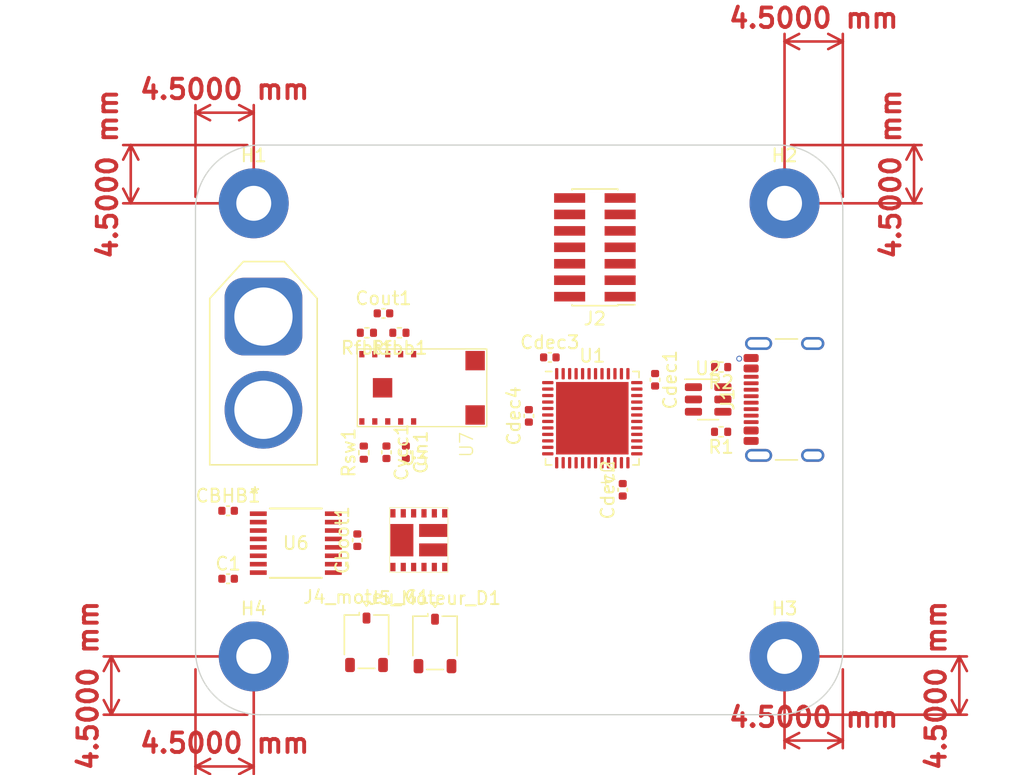
<source format=kicad_pcb>
(kicad_pcb (version 20240108) (generator "pcbnew") (generator_version "8.0")
  (layers (0 "F.Cu" signal) (1 "In1.Cu" signal "In1.Cu - GND") (2 "In2.Cu" signal "In2.Cu - Supply") (31 "B.Cu" signal) (34 "B.Paste" user) (35 "F.Paste" user) (36 "B.SilkS" user "B.Silkscreen") (37 "F.SilkS" user "F.Silkscreen") (38 "B.Mask" user) (39 "F.Mask" user) (44 "Edge.Cuts" user))
  (net 0 "")
  (net 1 "ISO_GND")
  (net 2 "Net-(U6-AHB)")
  (net 3 "Net-(U6-BHB)")
  (net 4 "Vin_15V")
  (net 5 "/Vout_3V3")
  (net 6 "/NRST")
  (net 7 "/GND")
  (net 8 "Net-(U4-Vcc)")
  (net 9 "/V_USB")
  (net 10 "Net-(J1-CC1)")
  (net 11 "/D+")
  (net 12 "/D-")
  (net 14 "Net-(J1-CC2)")
  (net 18 "/SWDIO")
  (net 19 "/SWDCK")
  (net 23 "/Usart2_Rx")
  (net 24 "/Usart2_Tx")
  (net 25 "Net-(U4-FB)")
  (net 26 "Net-(U4-FSW_1)")
  (net 35 "/APWM")
  (net 36 "/BPWM")
  (net 52 "/USB_DM")
  (net 53 "/USB_DP")
  (net 65 "Net-(U4-EN)")
  (net 70 "/AHO")
  (net 71 "/ALO")
  (net 73 "/BLO")
  (net 74 "/BHO")
  (footprint "Capacitor_SMD:C_0402_1005Metric" (layer "F.Cu") (at 92.52 73.25)
    (property "Reference" "CBHB1" (at 0 -1.16 0) (layer "F.SilkS"))
    (property "Value" "0.2u")
    (fp_line (start -0.107836 -0.36) (end 0.107836 -0.36) (stroke (width 0.12)) (layer "F.SilkS"))
    (fp_line (start -0.107836 0.36) (end 0.107836 0.36) (stroke (width 0.12)) (layer "F.SilkS"))
    (pad "1" smd roundrect (at -0.48 0) (size 0.56 0.62) (layers "F.Cu" "F.Paste" "F.Mask") (net 1 "ISO_GND"))
    (pad "2" smd roundrect (at 0.48 0) (size 0.56 0.62) (layers "F.Cu" "F.Paste" "F.Mask") (net 3 "Net-(U6-BHB)"))
  )
  (footprint "MountingHole:MountingHole_2.7mm_M2.5_Pad" (layer "F.Cu") (at 135.5 84.5)
    (property "Reference" "H3" (at 0 -3.7 0) (layer "F.SilkS"))
    (property "Value" "MountingHole_Pad")
    (pad "1" thru_hole circle (at 0 0) (size 5.4 5.4) (drill 2.7) (layers "*.Cu" "*.Mask") (net 1 "ISO_GND"))
  )
  (footprint "Capacitor_SMD:C_0402_1005Metric" (layer "F.Cu") (at 104.52 58)
    (property "Reference" "Cout1" (at 0 -1.16 360) (layer "F.SilkS"))
    (property "Value" "47u")
    (fp_line (start -0.107836 -0.36) (end 0.107836 -0.36) (stroke (width 0.12)) (layer "F.SilkS"))
    (fp_line (start -0.107836 0.36) (end 0.107836 0.36) (stroke (width 0.12)) (layer "F.SilkS"))
    (pad "1" smd roundrect (at -0.48 0) (size 0.56 0.62) (layers "F.Cu" "F.Paste" "F.Mask") (net 5 "/Vout_3V3"))
    (pad "2" smd roundrect (at 0.48 0) (size 0.56 0.62) (layers "F.Cu" "F.Paste" "F.Mask") (net 7 "/GND"))
  )
  (footprint "Capacitor_SMD:C_0402_1005Metric" (layer "F.Cu") (at 115.75 65.92 90)
    (property "Reference" "Cdec4" (at 0 -1.16 90) (layer "F.SilkS"))
    (property "Value" "100n")
    (fp_line (start -0.107836 -0.36) (end 0.107836 -0.36) (stroke (width 0.12)) (layer "F.SilkS"))
    (fp_line (start -0.107836 0.36) (end 0.107836 0.36) (stroke (width 0.12)) (layer "F.SilkS"))
    (pad "1" smd roundrect (at -0.48 0 90) (size 0.56 0.62) (layers "F.Cu" "F.Paste" "F.Mask") (net 6 "/NRST"))
    (pad "2" smd roundrect (at 0.48 0 90) (size 0.56 0.62) (layers "F.Cu" "F.Paste" "F.Mask") (net 1 "ISO_GND"))
  )
  (footprint "Resistor_SMD:R_0402_1005Metric" (layer "F.Cu") (at 103 68.76 90)
    (property "Reference" "Rsw1" (at 0 -1.17 90) (layer "F.SilkS"))
    (property "Value" "5.6K")
    (fp_line (start -0.153641 -0.38) (end 0.153641 -0.38) (stroke (width 0.12)) (layer "F.SilkS"))
    (fp_line (start -0.153641 0.38) (end 0.153641 0.38) (stroke (width 0.12)) (layer "F.SilkS"))
    (pad "1" smd roundrect (at -0.51 0 90) (size 0.54 0.64) (layers "F.Cu" "F.Paste" "F.Mask") (net 7 "/GND"))
    (pad "2" smd roundrect (at 0.51 0 90) (size 0.54 0.64) (layers "F.Cu" "F.Paste" "F.Mask") (net 26 "Net-(U4-FSW_1)"))
  )
  (footprint "Capacitor_SMD:C_0402_1005Metric" (layer "F.Cu") (at 123 71.63 90)
    (property "Reference" "Cdec2" (at 0 -1.16 90) (layer "F.SilkS"))
    (property "Value" "100n")
    (fp_line (start -0.107836 -0.36) (end 0.107836 -0.36) (stroke (width 0.12)) (layer "F.SilkS"))
    (fp_line (start -0.107836 0.36) (end 0.107836 0.36) (stroke (width 0.12)) (layer "F.SilkS"))
    (pad "1" smd roundrect (at -0.48 0 90) (size 0.56 0.62) (layers "F.Cu" "F.Paste" "F.Mask") (net 1 "ISO_GND"))
    (pad "2" smd roundrect (at 0.48 0 90) (size 0.56 0.62) (layers "F.Cu" "F.Paste" "F.Mask") (net 5 "/Vout_3V3"))
  )
  (footprint "Wurth_regulator_171013801:Wurth_171013801" (layer "F.Cu") (at 107.5 63.75 -90)
    (property "Reference" "U4" (at 6.6 -14.3 -90) (layer "F.SilkS") (effects (font (thickness 0.1))))
    (property "Value" "~")
    (fp_rect (start -3 -5) (end 3 5) (stroke (width 0.1)) (fill none) (layer "F.SilkS"))
    (pad "1" smd rect (at 2.6 4.65) (size 0.4 0.5) (layers "F.Cu" "F.Paste" "F.Mask") (net 26 "Net-(U4-FSW_1)"))
    (pad "2" smd rect (at 2.6 3.65) (size 0.4 0.5) (layers "F.Cu" "F.Paste" "F.Mask") (net 25 "Net-(U4-FB)"))
    (pad "3" smd rect (at 2.6 2.65) (size 0.4 0.5) (layers "F.Cu" "F.Paste" "F.Mask") (net 8 "Net-(U4-Vcc)"))
    (pad "4" smd rect (at 2.6 1.65) (size 0.4 0.5) (layers "F.Cu" "F.Paste" "F.Mask") (net 4 "Vin_15V"))
    (pad "5" smd rect (at 2.6 0.65) (size 0.4 0.5) (layers "F.Cu" "F.Paste" "F.Mask") (net 4 "Vin_15V"))
    (pad "6" smd rect (at 2.1 -4.1) (size 1.5 1.5) (layers "F.Cu" "F.Paste" "F.Mask") (net 5 "/Vout_3V3"))
    (pad "7" smd rect (at -2.1 -4.1 180) (size 1.5 1.5) (layers "F.Cu" "F.Paste" "F.Mask") (net 5 "/Vout_3V3"))
    (pad "8" smd rect (at -2.6 0.65 180) (size 0.4 0.5) (layers "F.Cu" "F.Paste" "F.Mask"))
    (pad "9" smd rect (at -2.6 1.65 180) (size 0.4 0.5) (layers "F.Cu" "F.Paste" "F.Mask") (net 65 "Net-(U4-EN)"))
    (pad "10" smd rect (at -2.6 2.65 180) (size 0.4 0.5) (layers "F.Cu" "F.Paste" "F.Mask") (net 7 "/GND"))
    (pad "11" smd rect (at -2.6 3.65 180) (size 0.4 0.5) (layers "F.Cu" "F.Paste" "F.Mask"))
    (pad "12" smd rect (at -2.6 4.65 180) (size 0.4 0.5) (layers "F.Cu" "F.Paste" "F.Mask") (net 65 "Net-(U4-EN)"))
    (pad "13" smd rect (at 0 3.05) (size 1.5 1.5) (layers "F.Cu" "F.Paste" "F.Mask") (net 7 "/GND"))
  )
  (footprint "Connector_JST:JST_ACH_BM01B-ACHSS-A-GAN-ETF_1x01-1MP_P1.20mm_Vertical" (layer "F.Cu") (at 103.21 83.411447)
    (property "Reference" "J4_moteu_G1" (at 0 -3.5 0) (layer "F.SilkS"))
    (property "Value" "Conn_01x01")
    (fp_line (start -1.71 -2.11) (end -0.56 -2.11) (stroke (width 0.12)) (layer "F.SilkS"))
    (fp_line (start -1.71 0.94) (end -1.71 -2.11) (stroke (width 0.12)) (layer "F.SilkS"))
    (fp_line (start -0.64 2.01) (end 0.64 2.01) (stroke (width 0.12)) (layer "F.SilkS"))
    (fp_line (start -0.56 -2.11) (end -0.56 -2.3) (stroke (width 0.12)) (layer "F.SilkS"))
    (fp_line (start -0.25 -3.153553) (end 0 -2.8) (stroke (width 0.12)) (layer "F.SilkS"))
    (fp_line (start 0 -2.8) (end 0.25 -3.153553) (stroke (width 0.12)) (layer "F.SilkS"))
    (fp_line (start 0.25 -3.153553) (end -0.25 -3.153553) (stroke (width 0.12)) (layer "F.SilkS"))
    (fp_line (start 1.71 -2.11) (end 0.56 -2.11) (stroke (width 0.12)) (layer "F.SilkS"))
    (fp_line (start 1.71 0.94) (end 1.71 -2.11) (stroke (width 0.12)) (layer "F.SilkS"))
    (pad "1" smd roundrect (at 0 -1.875) (size 0.6 0.85) (layers "F.Cu" "F.Paste" "F.Mask") (net 1 "ISO_GND"))
    (pad "MP" smd roundrect (at -1.275 1.75) (size 0.75 1.1) (layers "F.Cu" "F.Paste" "F.Mask"))
    (pad "MP" smd roundrect (at 1.275 1.75) (size 0.75 1.1) (layers "F.Cu" "F.Paste" "F.Mask"))
  )
  (footprint "MountingHole:MountingHole_2.7mm_M2.5_Pad" (layer "F.Cu") (at 94.5 84.5)
    (property "Reference" "H4" (at 0 -3.7 0) (layer "F.SilkS"))
    (property "Value" "MountingHole_Pad")
    (pad "1" thru_hole circle (at 0 0) (size 5.4 5.4) (drill 2.7) (layers "*.Cu" "*.Mask") (net 1 "ISO_GND"))
  )
  (footprint "Connector_PinHeader_1.27mm:PinHeader_2x07_P1.27mm_Vertical_SMD" (layer "F.Cu") (at 120.85 52.9 180)
    (property "Reference" "J2" (at 0 -5.505 360) (layer "F.SilkS"))
    (property "Value" "Conn_02x07_Odd_Even")
    (fp_line (start 1.765 4.44) (end 1.765 4.505) (stroke (width 0.12)) (layer "F.SilkS"))
    (fp_line (start 1.765 -4.505) (end 1.765 -4.44) (stroke (width 0.12)) (layer "F.SilkS"))
    (fp_line (start -1.765 4.505) (end 1.765 4.505) (stroke (width 0.12)) (layer "F.SilkS"))
    (fp_line (start -1.765 4.44) (end -1.765 4.505) (stroke (width 0.12)) (layer "F.SilkS"))
    (fp_line (start -1.765 -4.505) (end 1.765 -4.505) (stroke (width 0.12)) (layer "F.SilkS"))
    (fp_line (start -1.765 -4.505) (end -1.765 -4.44) (stroke (width 0.12)) (layer "F.SilkS"))
    (fp_line (start -3.09 -4.44) (end -1.765 -4.44) (stroke (width 0.12)) (layer "F.SilkS"))
    (pad "1" smd rect (at -1.95 -3.81 180) (size 2.4 0.74) (layers "F.Cu" "F.Paste" "F.Mask"))
    (pad "2" smd rect (at 1.95 -3.81 180) (size 2.4 0.74) (layers "F.Cu" "F.Paste" "F.Mask"))
    (pad "3" smd rect (at -1.95 -2.54 180) (size 2.4 0.74) (layers "F.Cu" "F.Paste" "F.Mask") (net 5 "/Vout_3V3"))
    (pad "4" smd rect (at 1.95 -2.54 180) (size 2.4 0.74) (layers "F.Cu" "F.Paste" "F.Mask") (net 18 "/SWDIO"))
    (pad "5" smd rect (at -1.95 -1.27 180) (size 2.4 0.74) (layers "F.Cu" "F.Paste" "F.Mask") (net 1 "ISO_GND"))
    (pad "6" smd rect (at 1.95 -1.27 180) (size 2.4 0.74) (layers "F.Cu" "F.Paste" "F.Mask") (net 19 "/SWDCK"))
    (pad "7" smd rect (at -1.95 0 180) (size 2.4 0.74) (layers "F.Cu" "F.Paste" "F.Mask") (net 1 "ISO_GND"))
    (pad "8" smd rect (at 1.95 0 180) (size 2.4 0.74) (layers "F.Cu" "F.Paste" "F.Mask"))
    (pad "9" smd rect (at -1.95 1.27 180) (size 2.4 0.74) (layers "F.Cu" "F.Paste" "F.Mask"))
    (pad "10" smd rect (at 1.95 1.27 180) (size 2.4 0.74) (layers "F.Cu" "F.Paste" "F.Mask"))
    (pad "11" smd rect (at -1.95 2.54 180) (size 2.4 0.74) (layers "F.Cu" "F.Paste" "F.Mask") (net 1 "ISO_GND"))
    (pad "12" smd rect (at 1.95 2.54 180) (size 2.4 0.74) (layers "F.Cu" "F.Paste" "F.Mask") (net 6 "/NRST"))
    (pad "13" smd rect (at -1.95 3.81 180) (size 2.4 0.74) (layers "F.Cu" "F.Paste" "F.Mask") (net 23 "/Usart2_Rx"))
    (pad "14" smd rect (at 1.95 3.81 180) (size 2.4 0.74) (layers "F.Cu" "F.Paste" "F.Mask") (net 24 "/Usart2_Tx"))
  )
  (footprint "Connector_USB:USB_C_Receptacle_GCT_USB4105-xx-A_16P_TopMnt_Horizontal" (layer "F.Cu") (at 136.6 64.65 90)
    (property "Reference" "J1" (at 0 -5.5 90) (layer "F.SilkS"))
    (property "Value" "USB_C_Receptacle_USB2.0_16P")
    (fp_line (start 4.67 -0.1) (end 4.67 -1.8) (stroke (width 0.12)) (layer "F.SilkS"))
    (fp_line (start -4.67 -0.1) (end -4.67 -1.8) (stroke (width 0.12)) (layer "F.SilkS"))
    (pad "" np_thru_hole circle (at -2.89 -2.605 90) (size 0.65 0.65) (drill 0.65) (layers "F&B.Cu" "*.Mask"))
    (pad "" np_thru_hole circle (at 2.89 -2.605 90) (size 0.65 0.65) (drill 0.65) (layers "F&B.Cu" "*.Mask"))
    (pad "A1" smd roundrect (at -3.2 -3.68 90) (size 0.6 1.15) (layers "F.Cu" "F.Paste" "F.Mask") (net 1 "ISO_GND"))
    (pad "A4" smd roundrect (at -2.4 -3.68 90) (size 0.6 1.15) (layers "F.Cu" "F.Paste" "F.Mask") (net 9 "/V_USB"))
    (pad "A5" smd roundrect (at -1.25 -3.68 90) (size 0.3 1.15) (layers "F.Cu" "F.Paste" "F.Mask") (net 10 "Net-(J1-CC1)"))
    (pad "A6" smd roundrect (at -0.25 -3.68 90) (size 0.3 1.15) (layers "F.Cu" "F.Paste" "F.Mask") (net 11 "/D+"))
    (pad "A7" smd roundrect (at 0.25 -3.68 90) (size 0.3 1.15) (layers "F.Cu" "F.Paste" "F.Mask") (net 12 "/D-"))
    (pad "A8" smd roundrect (at 1.25 -3.68 90) (size 0.3 1.15) (layers "F.Cu" "F.Paste" "F.Mask"))
    (pad "A9" smd roundrect (at 2.4 -3.68 90) (size 0.6 1.15) (layers "F.Cu" "F.Paste" "F.Mask") (net 9 "/V_USB"))
    (pad "A12" smd roundrect (at 3.2 -3.68 90) (size 0.6 1.15) (layers "F.Cu" "F.Paste" "F.Mask") (net 1 "ISO_GND"))
    (pad "B1" smd roundrect (at 3.2 -3.68 90) (size 0.6 1.15) (layers "F.Cu" "F.Paste" "F.Mask") (net 1 "ISO_GND"))
    (pad "B4" smd roundrect (at 2.4 -3.68 90) (size 0.6 1.15) (layers "F.Cu" "F.Paste" "F.Mask") (net 9 "/V_USB"))
    (pad "B5" smd roundrect (at 1.75 -3.68 90) (size 0.3 1.15) (layers "F.Cu" "F.Paste" "F.Mask") (net 14 "Net-(J1-CC2)"))
    (pad "B6" smd roundrect (at 0.75 -3.68 90) (size 0.3 1.15) (layers "F.Cu" "F.Paste" "F.Mask") (net 11 "/D+"))
    (pad "B7" smd roundrect (at -0.75 -3.68 90) (size 0.3 1.15) (layers "F.Cu" "F.Paste" "F.Mask") (net 12 "/D-"))
    (pad "B8" smd roundrect (at -1.75 -3.68 90) (size 0.3 1.15) (layers "F.Cu" "F.Paste" "F.Mask"))
    (pad "B9" smd roundrect (at -2.4 -3.68 90) (size 0.6 1.15) (layers "F.Cu" "F.Paste" "F.Mask") (net 9 "/V_USB"))
    (pad "B12" smd roundrect (at -3.2 -3.68 90) (size 0.6 1.15) (layers "F.Cu" "F.Paste" "F.Mask") (net 1 "ISO_GND"))
    (pad "S1" thru_hole oval (at -4.32 -3.105 90) (size 1 2.1) (drill oval 0.6 1.7) (layers "*.Cu" "*.Mask" "F.Paste") (net 1 "ISO_GND"))
    (pad "S1" thru_hole oval (at -4.32 1.075 90) (size 1 1.8) (drill oval 0.6 1.4) (layers "*.Cu" "*.Mask" "F.Paste") (net 1 "ISO_GND"))
    (pad "S1" thru_hole oval (at 4.32 -3.105 90) (size 1 2.1) (drill oval 0.6 1.7) (layers "*.Cu" "*.Mask" "F.Paste") (net 1 "ISO_GND"))
    (pad "S1" thru_hole oval (at 4.32 1.075 90) (size 1 1.8) (drill oval 0.6 1.4) (layers "*.Cu" "*.Mask" "F.Paste") (net 1 "ISO_GND"))
  )
  (footprint "Connector_AMASS:AMASS_XT60-F_1x02_P7.20mm_Vertical" (layer "F.Cu") (at 95.25 58.25 -90)
    (property "Reference" "J3" (at 10.95 -11.85 180) (layer "F.SilkS"))
    (property "Value" "Conn_01x02")
    (fp_line (start -1.4 4.15) (end 11.45 4.15) (stroke (width 0.12)) (layer "F.SilkS"))
    (fp_line (start 11.45 4.15) (end 11.45 -4.15) (stroke (width 0.12)) (layer "F.SilkS"))
    (fp_line (start -4.25 1.55) (end -1.4 4.15) (stroke (width 0.12)) (layer "F.SilkS"))
    (fp_line (start -4.25 -1.6) (end -4.25 1.55) (stroke (width 0.12)) (layer "F.SilkS"))
    (fp_line (start -1.4 -4.15) (end -4.25 -1.6) (stroke (width 0.12)) (layer "F.SilkS"))
    (fp_line (start 11.45 -4.15) (end -1.4 -4.15) (stroke (width 0.12)) (layer "F.SilkS"))
    (pad "1" thru_hole roundrect (at 0 0 270) (size 6 6) (drill 4.5) (layers "*.Cu" "*.Mask") (net 1 "ISO_GND"))
    (pad "2" thru_hole circle (at 7.2 0 270) (size 6 6) (drill 4.5) (layers "*.Cu" "*.Mask") (net 4 "Vin_15V"))
  )
  (footprint "MountingHole:MountingHole_2.7mm_M2.5_Pad" (layer "F.Cu") (at 135.5 49.5)
    (property "Reference" "H2" (at 0 -3.7 0) (layer "F.SilkS"))
    (property "Value" "MountingHole_Pad")
    (pad "1" thru_hole circle (at 0 0) (size 5.4 5.4) (drill 2.7) (layers "*.Cu" "*.Mask") (net 1 "ISO_GND"))
  )
  (footprint "Resistor_SMD:R_0402_1005Metric" (layer "F.Cu") (at 130.6 62.15 180)
    (property "Reference" "R2" (at 0 -1.17 360) (layer "F.SilkS"))
    (property "Value" "5.1K")
    (fp_line (start -0.153641 0.38) (end 0.153641 0.38) (stroke (width 0.12)) (layer "F.SilkS"))
    (fp_line (start -0.153641 -0.38) (end 0.153641 -0.38) (stroke (width 0.12)) (layer "F.SilkS"))
    (pad "1" smd roundrect (at -0.51 0 180) (size 0.54 0.64) (layers "F.Cu" "F.Paste" "F.Mask") (net 14 "Net-(J1-CC2)"))
    (pad "2" smd roundrect (at 0.51 0 180) (size 0.54 0.64) (layers "F.Cu" "F.Paste" "F.Mask") (net 1 "ISO_GND"))
  )
  (footprint "Capacitor_SMD:C_0402_1005Metric" (layer "F.Cu") (at 106.25 68.73 -90)
    (property "Reference" "Cin1" (at 0 -1.16 90) (layer "F.SilkS"))
    (property "Value" "10u")
    (fp_line (start -0.107836 0.36) (end 0.107836 0.36) (stroke (width 0.12)) (layer "F.SilkS"))
    (fp_line (start -0.107836 -0.36) (end 0.107836 -0.36) (stroke (width 0.12)) (layer "F.SilkS"))
    (pad "1" smd roundrect (at -0.48 0 270) (size 0.56 0.62) (layers "F.Cu" "F.Paste" "F.Mask") (net 4 "Vin_15V"))
    (pad "2" smd roundrect (at 0.48 0 270) (size 0.56 0.62) (layers "F.Cu" "F.Paste" "F.Mask") (net 7 "/GND"))
  )
  (footprint "NMOS_FDMQ86530L:NMOS_FDMQ86530L" (layer "F.Cu") (at 107.25 75.5 90)
    (property "Reference" "U7" (at 7.361447 3.69 90) (layer "F.SilkS") (effects (font (thickness 0.1))))
    (property "Value" "~")
    (fp_rect (start -2.5 -2.25) (end 2.5 2.25) (stroke (width 0.05)) (fill none) (layer "F.SilkS"))
    (pad "1" smd rect (at -2.095 -2 180) (size 0.4 0.65) (layers "F.Cu" "F.Paste" "F.Mask") (net 74 "/BHO"))
    (pad "2" smd rect (at -2.095 -1.2 180) (size 0.4 0.65) (layers "F.Cu" "F.Paste" "F.Mask") (net 4 "Vin_15V"))
    (pad "3" smd rect (at -2.095 -0.4 180) (size 0.4 0.65) (layers "F.Cu" "F.Paste" "F.Mask") (net 1 "ISO_GND"))
    (pad "4" smd rect (at -2.095 0.4 180) (size 0.4 0.65) (layers "F.Cu" "F.Paste" "F.Mask") (net 73 "/BLO"))
    (pad "5" smd rect (at -2.095 1.2 180) (size 0.4 0.65) (layers "F.Cu" "F.Paste" "F.Mask") (net 1 "ISO_GND"))
    (pad "6" smd rect (at -2.095 2 180) (size 0.4 0.65) (layers "F.Cu" "F.Paste" "F.Mask") (net 1 "ISO_GND"))
    (pad "7" smd rect (at 2.055 2 180) (size 0.4 0.65) (layers "F.Cu" "F.Paste" "F.Mask") (net 1 "ISO_GND"))
    (pad "8" smd rect (at 2.055 1.2 180) (size 0.4 0.65) (layers "F.Cu" "F.Paste" "F.Mask") (net 1 "ISO_GND"))
    (pad "9" smd rect (at 2.055 0.4 180) (size 0.4 0.65) (layers "F.Cu" "F.Paste" "F.Mask") (net 71 "/ALO"))
    (pad "10" smd rect (at 2.055 -0.4 180) (size 0.4 0.65) (layers "F.Cu" "F.Paste" "F.Mask") (net 1 "ISO_GND"))
    (pad "11" smd rect (at 2.055 -1.2 180) (size 0.4 0.65) (layers "F.Cu" "F.Paste" "F.Mask") (net 4 "Vin_15V"))
    (pad "12" smd rect (at 2.055 -2 180) (size 0.4 0.65) (layers "F.Cu" "F.Paste" "F.Mask") (net 70 "/AHO"))
    (pad "13" smd rect (at -0.77 1.109 270) (size 1 2.17) (layers "F.Cu" "F.Paste" "F.Mask"))
    (pad "14" smd rect (at 0.73 1.109 270) (size 1 2.17) (layers "F.Cu" "F.Paste" "F.Mask"))
    (pad "15" smd rect (at -0.02 -1.31) (size 1.78 2.5) (layers "F.Cu" "F.Paste" "F.Mask"))
  )
  (footprint "Resistor_SMD:R_0402_1005Metric" (layer "F.Cu") (at 103.24 59.5 180)
    (property "Reference" "Rfbt1" (at 0 -1.17 360) (layer "F.SilkS"))
    (property "Value" "402K")
    (fp_line (start -0.153641 0.38) (end 0.153641 0.38) (stroke (width 0.12)) (layer "F.SilkS"))
    (fp_line (start -0.153641 -0.38) (end 0.153641 -0.38) (stroke (width 0.12)) (layer "F.SilkS"))
    (pad "1" smd roundrect (at -0.51 0 180) (size 0.54 0.64) (layers "F.Cu" "F.Paste" "F.Mask") (net 25 "Net-(U4-FB)"))
    (pad "2" smd roundrect (at 0.51 0 180) (size 0.54 0.64) (layers "F.Cu" "F.Paste" "F.Mask") (net 5 "/Vout_3V3"))
  )
  (footprint "Capacitor_SMD:C_0402_1005Metric" (layer "F.Cu") (at 104.75 68.73 -90)
    (property "Reference" "Cvcc1" (at 0 -1.16 90) (layer "F.SilkS"))
    (property "Value" "1u")
    (fp_line (start -0.107836 0.36) (end 0.107836 0.36) (stroke (width 0.12)) (layer "F.SilkS"))
    (fp_line (start -0.107836 -0.36) (end 0.107836 -0.36) (stroke (width 0.12)) (layer "F.SilkS"))
    (pad "1" smd roundrect (at -0.48 0 270) (size 0.56 0.62) (layers "F.Cu" "F.Paste" "F.Mask") (net 8 "Net-(U4-Vcc)"))
    (pad "2" smd roundrect (at 0.48 0 270) (size 0.56 0.62) (layers "F.Cu" "F.Paste" "F.Mask") (net 7 "/GND"))
  )
  (footprint "Package_TO_SOT_SMD:SOT-23-6" (layer "F.Cu") (at 129.6 64.65)
    (property "Reference" "U2" (at 0 -2.4 360) (layer "F.SilkS"))
    (property "Value" "USBLC6-2SC6")
    (fp_line (start 0 -1.56) (end -1.8 -1.56) (stroke (width 0.12)) (layer "F.SilkS"))
    (fp_line (start 0 -1.56) (end 0.8 -1.56) (stroke (width 0.12)) (layer "F.SilkS"))
    (fp_line (start 0 1.56) (end -0.8 1.56) (stroke (width 0.12)) (layer "F.SilkS"))
    (fp_line (start 0 1.56) (end 0.8 1.56) (stroke (width 0.12)) (layer "F.SilkS"))
    (pad "1" smd roundrect (at -1.1375 -0.95) (size 1.325 0.6) (layers "F.Cu" "F.Paste" "F.Mask") (net 53 "/USB_DP"))
    (pad "2" smd roundrect (at -1.1375 0) (size 1.325 0.6) (layers "F.Cu" "F.Paste" "F.Mask") (net 1 "ISO_GND"))
    (pad "3" smd roundrect (at -1.1375 0.95) (size 1.325 0.6) (layers "F.Cu" "F.Paste" "F.Mask") (net 52 "/USB_DM"))
    (pad "4" smd roundrect (at 1.1375 0.95) (size 1.325 0.6) (layers "F.Cu" "F.Paste" "F.Mask") (net 12 "/D-"))
    (pad "5" smd roundrect (at 1.1375 0) (size 1.325 0.6) (layers "F.Cu" "F.Paste" "F.Mask") (net 9 "/V_USB"))
    (pad "6" smd roundrect (at 1.1375 -0.95) (size 1.325 0.6) (layers "F.Cu" "F.Paste" "F.Mask") (net 11 "/D+"))
  )
  (footprint "footprints:TSSOP16_TS_MCH_MIS" (layer "F.Cu") (at 97.75 75.75)
    (property "Reference" "U6" (at 0 0 0) (layer "F.SilkS"))
    (property "Value" "MIC4606-2YTS-TR")
    (fp_line (start -2.004898 2.6797) (end 2.004898 2.6797) (stroke (width 0.1524)) (layer "F.SilkS"))
    (fp_line (start 2.004898 -2.6797) (end -2.004898 -2.6797) (stroke (width 0.1524)) (layer "F.SilkS"))
    (fp_poly (pts (xy 4.057998 1.434501) (xy 4.057998 1.815501) (xy 3.803998 1.815501) (xy 3.803998 1.434501)) (fill solid) (layer "F.SilkS"))
    (fp_text user "*" (at -3.152949 -3.7728 0) (layer "F.SilkS"))
    (fp_text user "*" (at -3.152949 -3.7728 0) (layer "F.SilkS"))
    (pad "1" smd rect (at -2.89895 -2.274999) (size 1.302099 0.3548) (layers "F.Cu" "F.Paste" "F.Mask") (net 3 "Net-(U6-BHB)"))
    (pad "2" smd rect (at -2.89895 -1.625001) (size 1.302099 0.3548) (layers "F.Cu" "F.Paste" "F.Mask") (net 4 "Vin_15V"))
    (pad "3" smd rect (at -2.89895 -0.974999) (size 1.302099 0.3548) (layers "F.Cu" "F.Paste" "F.Mask") (net 36 "/BPWM"))
    (pad "4" smd rect (at -2.89895 -0.325001) (size 1.302099 0.3548) (layers "F.Cu" "F.Paste" "F.Mask"))
    (pad "5" smd rect (at -2.89895 0.324998) (size 1.302099 0.3548) (layers "F.Cu" "F.Paste" "F.Mask"))
    (pad "6" smd rect (at -2.89895 0.974999) (size 1.302099 0.3548) (layers "F.Cu" "F.Paste" "F.Mask") (net 35 "/APWM"))
    (pad "7" smd rect (at -2.89895 1.624998) (size 1.302099 0.3548) (layers "F.Cu" "F.Paste" "F.Mask"))
    (pad "8" smd rect (at -2.89895 2.274999) (size 1.302099 0.3548) (layers "F.Cu" "F.Paste" "F.Mask") (net 2 "Net-(U6-AHB)"))
    (pad "9" smd rect (at 2.89895 2.274999) (size 1.302099 0.3548) (layers "F.Cu" "F.Paste" "F.Mask") (net 70 "/AHO"))
    (pad "10" smd rect (at 2.89895 1.625001) (size 1.302099 0.3548) (layers "F.Cu" "F.Paste" "F.Mask") (net 1 "ISO_GND"))
    (pad "11" smd rect (at 2.89895 0.974999) (size 1.302099 0.3548) (layers "F.Cu" "F.Paste" "F.Mask") (net 71 "/ALO"))
    (pad "12" smd rect (at 2.89895 0.325001) (size 1.302099 0.3548) (layers "F.Cu" "F.Paste" "F.Mask") (net 4 "Vin_15V"))
    (pad "13" smd rect (at 2.89895 -0.324998) (size 1.302099 0.3548) (layers "F.Cu" "F.Paste" "F.Mask"))
    (pad "14" smd rect (at 2.89895 -0.974999) (size 1.302099 0.3548) (layers "F.Cu" "F.Paste" "F.Mask") (net 73 "/BLO"))
    (pad "15" smd rect (at 2.89895 -1.624998) (size 1.302099 0.3548) (layers "F.Cu" "F.Paste" "F.Mask") (net 1 "ISO_GND"))
    (pad "16" smd rect (at 2.89895 -2.274999) (size 1.302099 0.3548) (layers "F.Cu" "F.Paste" "F.Mask") (net 74 "/BHO"))
  )
  (footprint "MountingHole:MountingHole_2.7mm_M2.5_Pad" (layer "F.Cu") (at 94.5 49.5)
    (property "Reference" "H1" (at 0 -3.7 0) (layer "F.SilkS"))
    (property "Value" "MountingHole_Pad")
    (pad "1" thru_hole circle (at 0 0) (size 5.4 5.4) (drill 2.7) (layers "*.Cu" "*.Mask") (net 1 "ISO_GND"))
  )
  (footprint "Capacitor_SMD:C_0402_1005Metric" (layer "F.Cu") (at 125.5 63.13 -90)
    (property "Reference" "Cdec1" (at 0 -1.16 90) (layer "F.SilkS"))
    (property "Value" "4u7")
    (fp_line (start -0.107836 0.36) (end 0.107836 0.36) (stroke (width 0.12)) (layer "F.SilkS"))
    (fp_line (start -0.107836 -0.36) (end 0.107836 -0.36) (stroke (width 0.12)) (layer "F.SilkS"))
    (pad "1" smd roundrect (at -0.48 0 270) (size 0.56 0.62) (layers "F.Cu" "F.Paste" "F.Mask") (net 1 "ISO_GND"))
    (pad "2" smd roundrect (at 0.48 0 270) (size 0.56 0.62) (layers "F.Cu" "F.Paste" "F.Mask") (net 5 "/Vout_3V3"))
  )
  (footprint "Resistor_SMD:R_0402_1005Metric" (layer "F.Cu") (at 130.6 67.15 180)
    (property "Reference" "R1" (at 0 -1.17 360) (layer "F.SilkS"))
    (property "Value" "5.1K")
    (fp_line (start -0.153641 0.38) (end 0.153641 0.38) (stroke (width 0.12)) (layer "F.SilkS"))
    (fp_line (start -0.153641 -0.38) (end 0.153641 -0.38) (stroke (width 0.12)) (layer "F.SilkS"))
    (pad "1" smd roundrect (at -0.51 0 180) (size 0.54 0.64) (layers "F.Cu" "F.Paste" "F.Mask") (net 10 "Net-(J1-CC1)"))
    (pad "2" smd roundrect (at 0.51 0 180) (size 0.54 0.64) (layers "F.Cu" "F.Paste" "F.Mask") (net 1 "ISO_GND"))
  )
  (footprint "Capacitor_SMD:C_0402_1005Metric" (layer "F.Cu") (at 102.5 75.52 90)
    (property "Reference" "Cboot1" (at 0 -1.16 90) (layer "F.SilkS"))
    (property "Value" "2u")
    (fp_line (start -0.107836 -0.36) (end 0.107836 -0.36) (stroke (width 0.12)) (layer "F.SilkS"))
    (fp_line (start -0.107836 0.36) (end 0.107836 0.36) (stroke (width 0.12)) (layer "F.SilkS"))
    (pad "1" smd roundrect (at -0.48 0 90) (size 0.56 0.62) (layers "F.Cu" "F.Paste" "F.Mask") (net 4 "Vin_15V"))
    (pad "2" smd roundrect (at 0.48 0 90) (size 0.56 0.62) (layers "F.Cu" "F.Paste" "F.Mask") (net 1 "ISO_GND"))
  )
  (footprint "Package_DFN_QFN:QFN-48-1EP_7x7mm_P0.5mm_EP5.6x5.6mm" (layer "F.Cu") (at 120.65 66.1)
    (property "Reference" "U1" (at 0 -4.82 0) (layer "F.SilkS"))
    (property "Value" "STM32G431CBUx")
    (fp_line (start -3.61 3.61) (end -3.61 3.135) (stroke (width 0.12)) (layer "F.SilkS"))
    (fp_line (start -3.135 -3.61) (end -3.61 -3.61) (stroke (width 0.12)) (layer "F.SilkS"))
    (fp_line (start -3.135 3.61) (end -3.61 3.61) (stroke (width 0.12)) (layer "F.SilkS"))
    (fp_line (start 3.135 -3.61) (end 3.61 -3.61) (stroke (width 0.12)) (layer "F.SilkS"))
    (fp_line (start 3.135 3.61) (end 3.61 3.61) (stroke (width 0.12)) (layer "F.SilkS"))
    (fp_line (start 3.61 -3.61) (end 3.61 -3.135) (stroke (width 0.12)) (layer "F.SilkS"))
    (fp_line (start 3.61 3.61) (end 3.61 3.135) (stroke (width 0.12)) (layer "F.SilkS"))
    (pad "1" smd roundrect (at -3.4375 -2.75) (size 0.875 0.25) (layers "F.Cu" "F.Paste" "F.Mask") (net 5 "/Vout_3V3"))
    (pad "2" smd roundrect (at -3.4375 -2.25) (size 0.875 0.25) (layers "F.Cu" "F.Paste" "F.Mask"))
    (pad "3" smd roundrect (at -3.4375 -1.75) (size 0.875 0.25) (layers "F.Cu" "F.Paste" "F.Mask"))
    (pad "4" smd roundrect (at -3.4375 -1.25) (size 0.875 0.25) (layers "F.Cu" "F.Paste" "F.Mask"))
    (pad "5" smd roundrect (at -3.4375 -0.75) (size 0.875 0.25) (layers "F.Cu" "F.Paste" "F.Mask"))
    (pad "6" smd roundrect (at -3.4375 -0.25) (size 0.875 0.25) (layers "F.Cu" "F.Paste" "F.Mask"))
    (pad "7" smd roundrect (at -3.4375 0.25) (size 0.875 0.25) (layers "F.Cu" "F.Paste" "F.Mask") (net 6 "/NRST"))
    (pad "8" smd roundrect (at -3.4375 0.75) (size 0.875 0.25) (layers "F.Cu" "F.Paste" "F.Mask"))
    (pad "9" smd roundrect (at -3.4375 1.25) (size 0.875 0.25) (layers "F.Cu" "F.Paste" "F.Mask"))
    (pad "10" smd roundrect (at -3.4375 1.75) (size 0.875 0.25) (layers "F.Cu" "F.Paste" "F.Mask") (net 24 "/Usart2_Tx"))
    (pad "11" smd roundrect (at -3.4375 2.25) (size 0.875 0.25) (layers "F.Cu" "F.Paste" "F.Mask") (net 23 "/Usart2_Rx"))
    (pad "12" smd roundrect (at -3.4375 2.75) (size 0.875 0.25) (layers "F.Cu" "F.Paste" "F.Mask"))
    (pad "13" smd roundrect (at -2.75 3.4375) (size 0.25 0.875) (layers "F.Cu" "F.Paste" "F.Mask") (net 35 "/APWM"))
    (pad "14" smd roundrect (at -2.25 3.4375) (size 0.25 0.875) (layers "F.Cu" "F.Paste" "F.Mask") (net 36 "/BPWM"))
    (pad "15" smd roundrect (at -1.75 3.4375) (size 0.25 0.875) (layers "F.Cu" "F.Paste" "F.Mask"))
    (pad "16" smd roundrect (at -1.25 3.4375) (size 0.25 0.875) (layers "F.Cu" "F.Paste" "F.Mask"))
    (pad "17" smd roundrect (at -0.75 3.4375) (size 0.25 0.875) (layers "F.Cu" "F.Paste" "F.Mask"))
    (pad "18" smd roundrect (at -0.25 3.4375) (size 0.25 0.875) (layers "F.Cu" "F.Paste" "F.Mask"))
    (pad "19" smd roundrect (at 0.25 3.4375) (size 0.25 0.875) (layers "F.Cu" "F.Paste" "F.Mask"))
    (pad "20" smd roundrect (at 0.75 3.4375) (size 0.25 0.875) (layers "F.Cu" "F.Paste" "F.Mask") (net 5 "/Vout_3V3"))
    (pad "21" smd roundrect (at 1.25 3.4375) (size 0.25 0.875) (layers "F.Cu" "F.Paste" "F.Mask") (net 5 "/Vout_3V3"))
    (pad "22" smd roundrect (at 1.75 3.4375) (size 0.25 0.875) (layers "F.Cu" "F.Paste" "F.Mask"))
    (pad "23" smd roundrect (at 2.25 3.4375) (size 0.25 0.875) (layers "F.Cu" "F.Paste" "F.Mask") (net 5 "/Vout_3V3"))
    (pad "24" smd roundrect (at 2.75 3.4375) (size 0.25 0.875) (layers "F.Cu" "F.Paste" "F.Mask"))
    (pad "25" smd roundrect (at 3.4375 2.75) (size 0.875 0.25) (layers "F.Cu" "F.Paste" "F.Mask"))
    (pad "26" smd roundrect (at 3.4375 2.25) (size 0.875 0.25) (layers "F.Cu" "F.Paste" "F.Mask"))
    (pad "27" smd roundrect (at 3.4375 1.75) (size 0.875 0.25) (layers "F.Cu" "F.Paste" "F.Mask"))
    (pad "28" smd roundrect (at 3.4375 1.25) (size 0.875 0.25) (layers "F.Cu" "F.Paste" "F.Mask"))
    (pad "29" smd roundrect (at 3.4375 0.75) (size 0.875 0.25) (layers "F.Cu" "F.Paste" "F.Mask"))
    (pad "30" smd roundrect (at 3.4375 0.25) (size 0.875 0.25) (layers "F.Cu" "F.Paste" "F.Mask"))
    (pad "31" smd roundrect (at 3.4375 -0.25) (size 0.875 0.25) (layers "F.Cu" "F.Paste" "F.Mask"))
    (pad "32" smd roundrect (at 3.4375 -0.75) (size 0.875 0.25) (layers "F.Cu" "F.Paste" "F.Mask"))
    (pad "33" smd roundrect (at 3.4375 -1.25) (size 0.875 0.25) (layers "F.Cu" "F.Paste" "F.Mask") (net 52 "/USB_DM"))
    (pad "34" smd roundrect (at 3.4375 -1.75) (size 0.875 0.25) (layers "F.Cu" "F.Paste" "F.Mask") (net 53 "/USB_DP"))
    (pad "35" smd roundrect (at 3.4375 -2.25) (size 0.875 0.25) (layers "F.Cu" "F.Paste" "F.Mask") (net 5 "/Vout_3V3"))
    (pad "36" smd roundrect (at 3.4375 -2.75) (size 0.875 0.25) (layers "F.Cu" "F.Paste" "F.Mask") (net 18 "/SWDIO"))
    (pad "37" smd roundrect (at 2.75 -3.4375) (size 0.25 0.875) (layers "F.Cu" "F.Paste" "F.Mask") (net 19 "/SWDCK"))
    (pad "38" smd roundrect (at 2.25 -3.4375) (size 0.25 0.875) (layers "F.Cu" "F.Paste" "F.Mask"))
    (pad "39" smd roundrect (at 1.75 -3.4375) (size 0.25 0.875) (layers "F.Cu" "F.Paste" "F.Mask"))
    (pad "40" smd roundrect (at 1.25 -3.4375) (size 0.25 0.875) (layers "F.Cu" "F.Paste" "F.Mask"))
    (pad "41" smd roundrect (at 0.75 -3.4375) (size 0.25 0.875) (layers "F.Cu" "F.Paste" "F.Mask"))
    (pad "42" smd roundrect (at 0.25 -3.4375) (size 0.25 0.875) (layers "F.Cu" "F.Paste" "F.Mask"))
    (pad "43" smd roundrect (at -0.25 -3.4375) (size 0.25 0.875) (layers "F.Cu" "F.Paste" "F.Mask"))
    (pad "44" smd roundrect (at -0.75 -3.4375) (size 0.25 0.875) (layers "F.Cu" "F.Paste" "F.Mask"))
    (pad "45" smd roundrect (at -1.25 -3.4375) (size 0.25 0.875) (layers "F.Cu" "F.Paste" "F.Mask"))
    (pad "46" smd roundrect (at -1.75 -3.4375) (size 0.25 0.875) (layers "F.Cu" "F.Paste" "F.Mask"))
    (pad "47" smd roundrect (at -2.25 -3.4375) (size 0.25 0.875) (layers "F.Cu" "F.Paste" "F.Mask"))
    (pad "48" smd roundrect (at -2.75 -3.4375) (size 0.25 0.875) (layers "F.Cu" "F.Paste" "F.Mask") (net 5 "/Vout_3V3"))
    (pad "49" smd rect (at 0 0) (size 5.6 5.6) (layers "F.Cu" "F.Mask") (net 1 "ISO_GND"))
  )
  (footprint "Resistor_SMD:R_0402_1005Metric" (layer "F.Cu") (at 105.75 59.5 180)
    (property "Reference" "Rfbb1" (at 0 -1.17 360) (layer "F.SilkS"))
    (property "Value" "137K")
    (fp_line (start -0.153641 0.38) (end 0.153641 0.38) (stroke (width 0.12)) (layer "F.SilkS"))
    (fp_line (start -0.153641 -0.38) (end 0.153641 -0.38) (stroke (width 0.12)) (layer "F.SilkS"))
    (pad "1" smd roundrect (at -0.51 0 180) (size 0.54 0.64) (layers "F.Cu" "F.Paste" "F.Mask") (net 7 "/GND"))
    (pad "2" smd roundrect (at 0.51 0 180) (size 0.54 0.64) (layers "F.Cu" "F.Paste" "F.Mask") (net 25 "Net-(U4-FB)"))
  )
  (footprint "Capacitor_SMD:C_0402_1005Metric" (layer "F.Cu") (at 92.52 78.5)
    (property "Reference" "C1" (at 0 -1.16 0) (layer "F.SilkS"))
    (property "Value" "0.2u")
    (fp_line (start -0.107836 -0.36) (end 0.107836 -0.36) (stroke (width 0.12)) (layer "F.SilkS"))
    (fp_line (start -0.107836 0.36) (end 0.107836 0.36) (stroke (width 0.12)) (layer "F.SilkS"))
    (pad "1" smd roundrect (at -0.48 0) (size 0.56 0.62) (layers "F.Cu" "F.Paste" "F.Mask") (net 1 "ISO_GND"))
    (pad "2" smd roundrect (at 0.48 0) (size 0.56 0.62) (layers "F.Cu" "F.Paste" "F.Mask") (net 2 "Net-(U6-AHB)"))
  )
  (footprint "Connector_JST:JST_ACH_BM01B-ACHSS-A-GAN-ETF_1x01-1MP_P1.20mm_Vertical" (layer "F.Cu") (at 108.5 83.5)
    (property "Reference" "J5_Moteur_D1" (at 0 -3.5 0) (layer "F.SilkS"))
    (property "Value" "Conn_01x01")
    (fp_line (start -1.71 -2.11) (end -0.56 -2.11) (stroke (width 0.12)) (layer "F.SilkS"))
    (fp_line (start -1.71 0.94) (end -1.71 -2.11) (stroke (width 0.12)) (layer "F.SilkS"))
    (fp_line (start -0.64 2.01) (end 0.64 2.01) (stroke (width 0.12)) (layer "F.SilkS"))
    (fp_line (start -0.56 -2.11) (end -0.56 -2.3) (stroke (width 0.12)) (layer "F.SilkS"))
    (fp_line (start -0.25 -3.153553) (end 0 -2.8) (stroke (width 0.12)) (layer "F.SilkS"))
    (fp_line (start 0 -2.8) (end 0.25 -3.153553) (stroke (width 0.12)) (layer "F.SilkS"))
    (fp_line (start 0.25 -3.153553) (end -0.25 -3.153553) (stroke (width 0.12)) (layer "F.SilkS"))
    (fp_line (start 1.71 -2.11) (end 0.56 -2.11) (stroke (width 0.12)) (layer "F.SilkS"))
    (fp_line (start 1.71 0.94) (end 1.71 -2.11) (stroke (width 0.12)) (layer "F.SilkS"))
    (pad "1" smd roundrect (at 0 -1.875) (size 0.6 0.85) (layers "F.Cu" "F.Paste" "F.Mask") (net 1 "ISO_GND"))
    (pad "MP" smd roundrect (at -1.275 1.75) (size 0.75 1.1) (layers "F.Cu" "F.Paste" "F.Mask"))
    (pad "MP" smd roundrect (at 1.275 1.75) (size 0.75 1.1) (layers "F.Cu" "F.Paste" "F.Mask"))
  )
  (footprint "Capacitor_SMD:C_0402_1005Metric" (layer "F.Cu") (at 117.37 61.4)
    (property "Reference" "Cdec3" (at 0 -1.16 360) (layer "F.SilkS"))
    (property "Value" "100n")
    (fp_line (start -0.107836 -0.36) (end 0.107836 -0.36) (stroke (width 0.12)) (layer "F.SilkS"))
    (fp_line (start -0.107836 0.36) (end 0.107836 0.36) (stroke (width 0.12)) (layer "F.SilkS"))
    (pad "1" smd roundrect (at -0.48 0) (size 0.56 0.62) (layers "F.Cu" "F.Paste" "F.Mask") (net 1 "ISO_GND"))
    (pad "2" smd roundrect (at 0.48 0) (size 0.56 0.62) (layers "F.Cu" "F.Paste" "F.Mask") (net 5 "/Vout_3V3"))
  )
  (gr_arc (start 140 84) (mid 138.535534 87.535534) (end 135 89) (stroke (width 0.1)) (layer "Edge.Cuts"))
  (gr_line (start 135 45) (end 95 45) (stroke (width 0.1)) (layer "Edge.Cuts"))
  (gr_arc (start 135 45) (mid 138.535534 46.464466) (end 140 50) (stroke (width 0.1)) (layer "Edge.Cuts"))
  (gr_arc (start 90 50) (mid 91.464466 46.464466) (end 95 45) (stroke (width 0.1)) (layer "Edge.Cuts"))
  (gr_arc (start 95 89) (mid 91.464466 87.535534) (end 90 84) (stroke (width 0.1)) (layer "Edge.Cuts"))
  (gr_line (start 90 84) (end 90 50) (stroke (width 0.1)) (layer "Edge.Cuts"))
  (gr_line (start 140 84) (end 140 50) (stroke (width 0.1)) (layer "Edge.Cuts"))
  (gr_line (start 135 89) (end 95 89) (stroke (width 0.1)) (layer "Edge.Cuts"))
  (dimension (type aligned) (layer "F.Cu") (pts (xy 94.5 84.5) (xy 94.5 89)) (height 11) (gr_text "4,5000 mm" (at 81.7 86.75 90) (layer "F.Cu") (effects (font (size 1.5 1.5) (thickness 0.3)))) (format (prefix "") (suffix "") (units 3) (units_format 1) (precision 4)) (style (thickness 0.2) (arrow_length 1.27) (text_position_mode 0) (extension_height 0.58642) (extension_offset 0.5) keep_text_aligned))
  (dimension (type aligned) (layer "F.Cu") (pts (xy 94.5 49.5) (xy 94.5 45)) (height -9.5) (gr_text "4,5000 mm" (at 83.2 47.25 90) (layer "F.Cu") (effects (font (size 1.5 1.5) (thickness 0.3)))) (format (prefix "") (suffix "") (units 3) (units_format 1) (precision 4)) (style (thickness 0.2) (arrow_length 1.27) (text_position_mode 0) (extension_height 0.58642) (extension_offset 0.5) keep_text_aligned))
  (dimension (type aligned) (layer "F.Cu") (pts (xy 94.5 85) (xy 90 85)) (height -8) (gr_text "4,5000 mm" (at 92.25 91.2 0) (layer "F.Cu") (effects (font (size 1.5 1.5) (thickness 0.3)))) (format (prefix "") (suffix "") (units 3) (units_format 1) (precision 4)) (style (thickness 0.2) (arrow_length 1.27) (text_position_mode 0) (extension_height 0.58642) (extension_offset 0.5) keep_text_aligned))
  (dimension (type aligned) (layer "F.Cu") (pts (xy 135.5 85) (xy 140 85)) (height 6) (gr_text "4,5000 mm" (at 137.75 89.2 0) (layer "F.Cu") (effects (font (size 1.5 1.5) (thickness 0.3)))) (format (prefix "") (suffix "") (units 3) (units_format 1) (precision 4)) (style (thickness 0.2) (arrow_length 1.27) (text_position_mode 0) (extension_height 0.58642) (extension_offset 0.5) keep_text_aligned))
  (dimension (type aligned) (layer "F.Cu") (pts (xy 94.5 49.5) (xy 90 49.5)) (height 7) (gr_text "4,5000 mm" (at 92.25 40.7 0) (layer "F.Cu") (effects (font (size 1.5 1.5) (thickness 0.3)))) (format (prefix "") (suffix "") (units 3) (units_format 1) (precision 4)) (style (thickness 0.2) (arrow_length 1.27) (text_position_mode 0) (extension_height 0.58642) (extension_offset 0.5) keep_text_aligned))
  (dimension (type aligned) (layer "F.Cu") (pts (xy 135.5 49.5) (xy 140 49.5)) (height -12.5) (gr_text "4,5000 mm" (at 137.75 35.2 0) (layer "F.Cu") (effects (font (size 1.5 1.5) (thickness 0.3)))) (format (prefix "") (suffix "") (units 3) (units_format 1) (precision 4)) (style (thickness 0.2) (arrow_length 1.27) (text_position_mode 0) (extension_height 0.58642) (extension_offset 0.5) keep_text_aligned))
  (dimension (type aligned) (layer "F.Cu") (pts (xy 135.5 49.5) (xy 135.5 45)) (height 10) (gr_text "4,5000 mm" (at 143.7 47.25 90) (layer "F.Cu") (effects (font (size 1.5 1.5) (thickness 0.3)))) (format (prefix "") (suffix "") (units 3) (units_format 1) (precision 4)) (style (thickness 0.2) (arrow_length 1.27) (text_position_mode 0) (extension_height 0.58642) (extension_offset 0.5) keep_text_aligned))
  (dimension (type aligned) (layer "F.Cu") (pts (xy 135.5 84.5) (xy 135.5 89)) (height -13.5) (gr_text "4,5000 mm" (at 147.2 86.75 90) (layer "F.Cu") (effects (font (size 1.5 1.5) (thickness 0.3)))) (format (prefix "") (suffix "") (units 3) (units_format 1) (precision 4)) (style (thickness 0.2) (arrow_length 1.27) (text_position_mode 0) (extension_height 0.58642) (extension_offset 0.5) keep_text_aligned))
  (via (at 132 61.5) (size 0.45) (drill 0.3) (layers "F.Cu" "B.Cu") (net 0))
)
</source>
